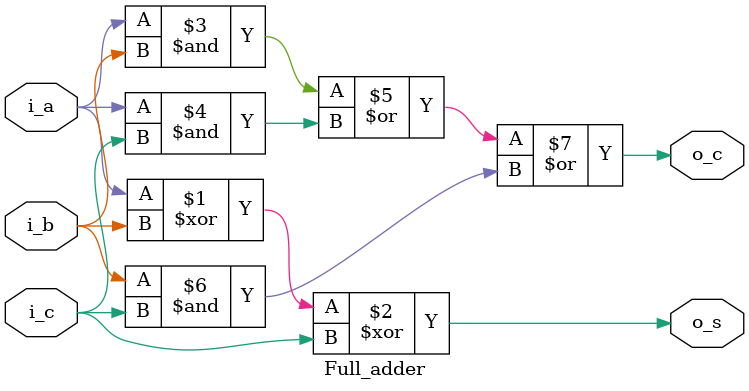
<source format=sv>
module Full_adder(
    input logic         i_a     ,
    input logic         i_b     ,
    input logic         i_c     ,
    output logic        o_s     ,
    output logic        o_c     
);

assign o_s = i_a ^ i_b ^ i_c;
assign o_c = (i_a & i_b) | (i_a & i_c) | (i_b & i_c);

endmodule

</source>
